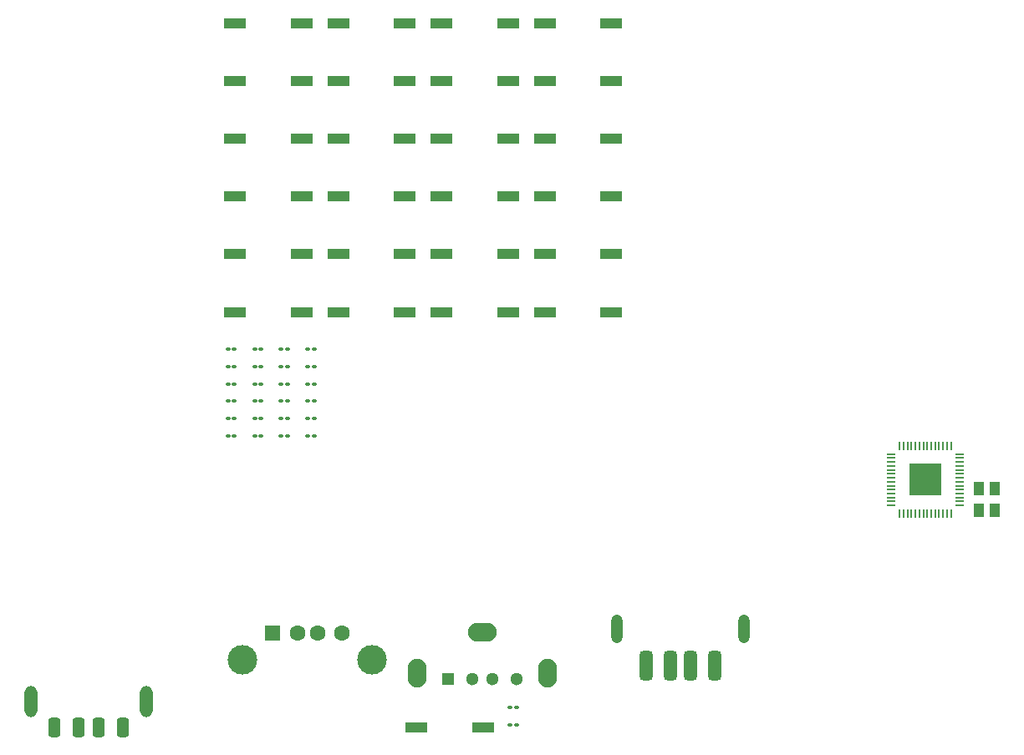
<source format=gbr>
%TF.GenerationSoftware,KiCad,Pcbnew,8.0.3*%
%TF.CreationDate,2024-09-04T14:48:35-07:00*%
%TF.ProjectId,Calculator,43616c63-756c-4617-946f-722e6b696361,rev?*%
%TF.SameCoordinates,Original*%
%TF.FileFunction,Copper,L1,Top*%
%TF.FilePolarity,Positive*%
%FSLAX46Y46*%
G04 Gerber Fmt 4.6, Leading zero omitted, Abs format (unit mm)*
G04 Created by KiCad (PCBNEW 8.0.3) date 2024-09-04 14:48:35*
%MOMM*%
%LPD*%
G01*
G04 APERTURE LIST*
G04 Aperture macros list*
%AMRoundRect*
0 Rectangle with rounded corners*
0 $1 Rounding radius*
0 $2 $3 $4 $5 $6 $7 $8 $9 X,Y pos of 4 corners*
0 Add a 4 corners polygon primitive as box body*
4,1,4,$2,$3,$4,$5,$6,$7,$8,$9,$2,$3,0*
0 Add four circle primitives for the rounded corners*
1,1,$1+$1,$2,$3*
1,1,$1+$1,$4,$5*
1,1,$1+$1,$6,$7*
1,1,$1+$1,$8,$9*
0 Add four rect primitives between the rounded corners*
20,1,$1+$1,$2,$3,$4,$5,0*
20,1,$1+$1,$4,$5,$6,$7,0*
20,1,$1+$1,$6,$7,$8,$9,0*
20,1,$1+$1,$8,$9,$2,$3,0*%
G04 Aperture macros list end*
%TA.AperFunction,SMDPad,CuDef*%
%ADD10RoundRect,0.100000X-0.130000X-0.100000X0.130000X-0.100000X0.130000X0.100000X-0.130000X0.100000X0*%
%TD*%
%TA.AperFunction,SMDPad,CuDef*%
%ADD11R,2.160000X1.120000*%
%TD*%
%TA.AperFunction,ComponentPad*%
%ADD12R,1.600000X1.600000*%
%TD*%
%TA.AperFunction,ComponentPad*%
%ADD13C,1.600000*%
%TD*%
%TA.AperFunction,ComponentPad*%
%ADD14C,3.000000*%
%TD*%
%TA.AperFunction,ComponentPad*%
%ADD15R,1.300000X1.300000*%
%TD*%
%TA.AperFunction,ComponentPad*%
%ADD16C,1.300000*%
%TD*%
%TA.AperFunction,ComponentPad*%
%ADD17O,1.900000X2.900000*%
%TD*%
%TA.AperFunction,ComponentPad*%
%ADD18O,2.900000X1.900000*%
%TD*%
%TA.AperFunction,SMDPad,CuDef*%
%ADD19RoundRect,0.300000X0.300000X-0.700000X0.300000X0.700000X-0.300000X0.700000X-0.300000X-0.700000X0*%
%TD*%
%TA.AperFunction,ComponentPad*%
%ADD20O,1.300000X3.200000*%
%TD*%
%TA.AperFunction,SMDPad,CuDef*%
%ADD21RoundRect,0.325000X0.325000X1.175000X-0.325000X1.175000X-0.325000X-1.175000X0.325000X-1.175000X0*%
%TD*%
%TA.AperFunction,ComponentPad*%
%ADD22O,1.200000X2.900000*%
%TD*%
%TA.AperFunction,SMDPad,CuDef*%
%ADD23RoundRect,0.050000X-0.387500X-0.050000X0.387500X-0.050000X0.387500X0.050000X-0.387500X0.050000X0*%
%TD*%
%TA.AperFunction,SMDPad,CuDef*%
%ADD24RoundRect,0.050000X-0.050000X-0.387500X0.050000X-0.387500X0.050000X0.387500X-0.050000X0.387500X0*%
%TD*%
%TA.AperFunction,HeatsinkPad*%
%ADD25R,3.200000X3.200000*%
%TD*%
%TA.AperFunction,SMDPad,CuDef*%
%ADD26R,1.100000X1.400000*%
%TD*%
G04 APERTURE END LIST*
D10*
%TO.P,D16,1,K*%
%TO.N,BTN_COL4*%
X68078000Y-73074000D03*
%TO.P,D16,2,A*%
%TO.N,Net-(D16-A)*%
X68718000Y-73074000D03*
%TD*%
D11*
%TO.P,SW18,1,A*%
%TO.N,BTN_ROW5*%
X84328000Y-58174000D03*
%TO.P,SW18,2,A*%
X91058000Y-58174000D03*
%TD*%
%TO.P,SW17,1,A*%
%TO.N,BTN_ROW4*%
X84328000Y-52324000D03*
%TO.P,SW17,2,A*%
X91058000Y-52324000D03*
%TD*%
D10*
%TO.P,D12,1,K*%
%TO.N,BTN_COL3*%
X65393000Y-76574000D03*
%TO.P,D12,2,A*%
%TO.N,Net-(D12-A)*%
X66033000Y-76574000D03*
%TD*%
%TO.P,D7,1,K*%
%TO.N,BTN_COL1*%
X65393000Y-67824000D03*
%TO.P,D7,2,A*%
%TO.N,Net-(D7-A)*%
X66033000Y-67824000D03*
%TD*%
D11*
%TO.P,SW23,1,A*%
%TO.N,BTN_ROW6*%
X94778000Y-52324000D03*
%TO.P,SW23,2,A*%
X101508000Y-52324000D03*
%TD*%
D12*
%TO.P,R1,1*%
%TO.N,Net-(U1-RUN)*%
X67243000Y-96534000D03*
D13*
%TO.P,R1,2*%
%TO.N,unconnected-(R1-Pad2)*%
X69743000Y-96534000D03*
%TO.P,R1,3*%
%TO.N,N/C*%
X71743000Y-96534000D03*
%TO.P,R1,4*%
X74243000Y-96534000D03*
D14*
%TO.P,R1,5*%
X64173000Y-99244000D03*
X77313000Y-99244000D03*
%TD*%
D11*
%TO.P,SW16,1,A*%
%TO.N,BTN_ROW3*%
X84328000Y-46474000D03*
%TO.P,SW16,2,A*%
X91058000Y-46474000D03*
%TD*%
%TO.P,SW20,1,A*%
%TO.N,BTN_ROW5*%
X94778000Y-34774000D03*
%TO.P,SW20,2,A*%
X101508000Y-34774000D03*
%TD*%
D10*
%TO.P,D3,1,K*%
%TO.N,BTN_COL3*%
X62708000Y-71324000D03*
%TO.P,D3,2,A*%
%TO.N,Net-(D3-A)*%
X63348000Y-71324000D03*
%TD*%
%TO.P,D20,1,K*%
%TO.N,BTN_COL2*%
X70763000Y-69574000D03*
%TO.P,D20,2,A*%
%TO.N,Net-(D20-A)*%
X71403000Y-69574000D03*
%TD*%
%TO.P,D5,1,K*%
%TO.N,BTN_COL2*%
X62708000Y-74824000D03*
%TO.P,D5,2,A*%
%TO.N,Net-(D5-A)*%
X63348000Y-74824000D03*
%TD*%
D11*
%TO.P,SW21,1,A*%
%TO.N,BTN_ROW6*%
X94778000Y-40624000D03*
%TO.P,SW21,2,A*%
X101508000Y-40624000D03*
%TD*%
D10*
%TO.P,D15,1,K*%
%TO.N,BTN_COL4*%
X68078000Y-71324000D03*
%TO.P,D15,2,A*%
%TO.N,Net-(D15-A)*%
X68718000Y-71324000D03*
%TD*%
%TO.P,D19,1,K*%
%TO.N,BTN_COL2*%
X70763000Y-67824000D03*
%TO.P,D19,2,A*%
%TO.N,Net-(D19-A)*%
X71403000Y-67824000D03*
%TD*%
%TO.P,D10,1,K*%
%TO.N,BTN_COL1*%
X65393000Y-73074000D03*
%TO.P,D10,2,A*%
%TO.N,Net-(D10-A)*%
X66033000Y-73074000D03*
%TD*%
%TO.P,D11,1,K*%
%TO.N,BTN_COL2*%
X65393000Y-74824000D03*
%TO.P,D11,2,A*%
%TO.N,Net-(D11-A)*%
X66033000Y-74824000D03*
%TD*%
D11*
%TO.P,SW4,1,A*%
%TO.N,BTN_ROW1*%
X63428000Y-46474000D03*
%TO.P,SW4,2,A*%
X70158000Y-46474000D03*
%TD*%
%TO.P,SW14,1,A*%
%TO.N,BTN_ROW1*%
X84328000Y-34774000D03*
%TO.P,SW14,2,A*%
X91058000Y-34774000D03*
%TD*%
%TO.P,SW11,1,A*%
%TO.N,BTN_ROW4*%
X73878000Y-52324000D03*
%TO.P,SW11,2,A*%
X80608000Y-52324000D03*
%TD*%
%TO.P,SW2,1,A*%
%TO.N,BTN_ROW1*%
X63428000Y-34774000D03*
%TO.P,SW2,2,A*%
X70158000Y-34774000D03*
%TD*%
%TO.P,SW9,1,A*%
%TO.N,BTN_ROW3*%
X73878000Y-40624000D03*
%TO.P,SW9,2,A*%
X80608000Y-40624000D03*
%TD*%
D10*
%TO.P,D6,1,K*%
%TO.N,BTN_COL3*%
X62708000Y-76574000D03*
%TO.P,D6,2,A*%
%TO.N,Net-(D6-A)*%
X63348000Y-76574000D03*
%TD*%
%TO.P,D17,1,K*%
%TO.N,BTN_COL1*%
X68078000Y-74824000D03*
%TO.P,D17,2,A*%
%TO.N,Net-(D17-A)*%
X68718000Y-74824000D03*
%TD*%
%TO.P,D22,1,K*%
%TO.N,BTN_COL3*%
X70763000Y-73074000D03*
%TO.P,D22,2,A*%
%TO.N,Net-(D22-A)*%
X71403000Y-73074000D03*
%TD*%
D11*
%TO.P,SW10,1,A*%
%TO.N,BTN_ROW3*%
X73878000Y-46474000D03*
%TO.P,SW10,2,A*%
X80608000Y-46474000D03*
%TD*%
%TO.P,SW24,1,A*%
%TO.N,BTN_ROW5*%
X94778000Y-58174000D03*
%TO.P,SW24,2,A*%
X101508000Y-58174000D03*
%TD*%
%TO.P,SW19,1,A*%
%TO.N,BTN_ROW6*%
X84328000Y-64024000D03*
%TO.P,SW19,2,A*%
X91058000Y-64024000D03*
%TD*%
D15*
%TO.P,R2,1*%
%TO.N,XIN*%
X84963000Y-101254000D03*
D16*
%TO.P,R2,2*%
%TO.N,XOUT*%
X87463000Y-101254000D03*
%TO.P,R2,3*%
%TO.N,N/C*%
X89463000Y-101254000D03*
%TO.P,R2,4*%
X91963000Y-101254000D03*
D17*
%TO.P,R2,5*%
X81893000Y-100654000D03*
D18*
X88463000Y-96474000D03*
D17*
X95033000Y-100654000D03*
%TD*%
D10*
%TO.P,D4,1,K*%
%TO.N,BTN_COL1*%
X62708000Y-73074000D03*
%TO.P,D4,2,A*%
%TO.N,Net-(D4-A)*%
X63348000Y-73074000D03*
%TD*%
D11*
%TO.P,SW3,1,A*%
%TO.N,BTN_ROW1*%
X63428000Y-40624000D03*
%TO.P,SW3,2,A*%
X70158000Y-40624000D03*
%TD*%
%TO.P,SW12,1,A*%
%TO.N,BTN_ROW4*%
X73878000Y-58174000D03*
%TO.P,SW12,2,A*%
X80608000Y-58174000D03*
%TD*%
D19*
%TO.P,R3,1*%
%TO.N,Net-(C2-Pad2)*%
X45078000Y-106113000D03*
%TO.P,R3,2*%
%TO.N,XOUT*%
X47578000Y-106113000D03*
%TO.P,R3,3*%
%TO.N,N/C*%
X49578000Y-106113000D03*
%TO.P,R3,4*%
X52078000Y-106113000D03*
D20*
%TO.P,R3,5*%
X42728000Y-103513000D03*
X54428000Y-103513000D03*
%TD*%
D11*
%TO.P,SW15,1,A*%
%TO.N,BTN_ROW2*%
X84328000Y-40624000D03*
%TO.P,SW15,2,A*%
X91058000Y-40624000D03*
%TD*%
D21*
%TO.P,J1,1,VBUS*%
%TO.N,USB_VBUS*%
X112022000Y-99848000D03*
%TO.P,J1,2,D-*%
%TO.N,USB_DN*%
X109522000Y-99848000D03*
%TO.P,J1,3,D+*%
%TO.N,USB_DP*%
X107522000Y-99848000D03*
%TO.P,J1,4,GND*%
%TO.N,GND*%
X105022000Y-99848000D03*
D22*
%TO.P,J1,5,Shield*%
X114921999Y-96148000D03*
X102122001Y-96148000D03*
%TD*%
D10*
%TO.P,C2,1*%
%TO.N,GND*%
X91273000Y-105864000D03*
%TO.P,C2,2*%
%TO.N,Net-(C2-Pad2)*%
X91913000Y-105864000D03*
%TD*%
%TO.P,D2,1,K*%
%TO.N,BTN_COL2*%
X62708000Y-69574000D03*
%TO.P,D2,2,A*%
%TO.N,Net-(D2-A)*%
X63348000Y-69574000D03*
%TD*%
%TO.P,D9,1,K*%
%TO.N,BTN_COL3*%
X65393000Y-71324000D03*
%TO.P,D9,2,A*%
%TO.N,Net-(D9-A)*%
X66033000Y-71324000D03*
%TD*%
D11*
%TO.P,SW25,1,A*%
%TO.N,BTN_ROW6*%
X94778000Y-64024000D03*
%TO.P,SW25,2,A*%
X101508000Y-64024000D03*
%TD*%
D10*
%TO.P,D14,1,K*%
%TO.N,BTN_COL4*%
X68078000Y-69574000D03*
%TO.P,D14,2,A*%
%TO.N,Net-(D14-A)*%
X68718000Y-69574000D03*
%TD*%
D11*
%TO.P,SW8,1,A*%
%TO.N,BTN_ROW3*%
X73878000Y-34774000D03*
%TO.P,SW8,2,A*%
X80608000Y-34774000D03*
%TD*%
D10*
%TO.P,C1,1*%
%TO.N,GND*%
X91273000Y-104114000D03*
%TO.P,C1,2*%
%TO.N,XIN*%
X91913000Y-104114000D03*
%TD*%
%TO.P,D23,1,K*%
%TO.N,BTN_COL4*%
X70763000Y-74824000D03*
%TO.P,D23,2,A*%
%TO.N,Net-(D23-A)*%
X71403000Y-74824000D03*
%TD*%
D11*
%TO.P,SW7,1,A*%
%TO.N,BTN_ROW2*%
X63428000Y-64024000D03*
%TO.P,SW7,2,A*%
X70158000Y-64024000D03*
%TD*%
D10*
%TO.P,D13,1,K*%
%TO.N,BTN_COL4*%
X68078000Y-67824000D03*
%TO.P,D13,2,A*%
%TO.N,Net-(D13-A)*%
X68718000Y-67824000D03*
%TD*%
D11*
%TO.P,SW1,1,1*%
%TO.N,GND*%
X81778000Y-106164000D03*
%TO.P,SW1,2,2*%
%TO.N,Net-(U1-RUN)*%
X88508000Y-106164000D03*
%TD*%
D10*
%TO.P,D8,1,K*%
%TO.N,BTN_COL2*%
X65393000Y-69574000D03*
%TO.P,D8,2,A*%
%TO.N,Net-(D8-A)*%
X66033000Y-69574000D03*
%TD*%
%TO.P,D18,1,K*%
%TO.N,BTN_COL1*%
X68078000Y-76574000D03*
%TO.P,D18,2,A*%
%TO.N,Net-(D18-A)*%
X68718000Y-76574000D03*
%TD*%
D23*
%TO.P,U1,1,IOVDD*%
%TO.N,Net-(U1-IOVDD-Pad1)*%
X129890699Y-78434800D03*
%TO.P,U1,2,GPIO0*%
%TO.N,unconnected-(U1-GPIO0-Pad2)*%
X129890699Y-78834800D03*
%TO.P,U1,3,GPIO1*%
%TO.N,unconnected-(U1-GPIO1-Pad3)*%
X129890699Y-79234800D03*
%TO.P,U1,4,GPIO2*%
%TO.N,unconnected-(U1-GPIO2-Pad4)*%
X129890699Y-79634800D03*
%TO.P,U1,5,GPIO3*%
%TO.N,unconnected-(U1-GPIO3-Pad5)*%
X129890699Y-80034800D03*
%TO.P,U1,6,GPIO4*%
%TO.N,unconnected-(U1-GPIO4-Pad6)*%
X129890699Y-80434800D03*
%TO.P,U1,7,GPIO5*%
%TO.N,unconnected-(U1-GPIO5-Pad7)*%
X129890699Y-80834800D03*
%TO.P,U1,8,GPIO6*%
%TO.N,unconnected-(U1-GPIO6-Pad8)*%
X129890699Y-81234800D03*
%TO.P,U1,9,GPIO7*%
%TO.N,BTN_ROW1*%
X129890699Y-81634800D03*
%TO.P,U1,10,IOVDD*%
%TO.N,Net-(U1-IOVDD-Pad1)*%
X129890699Y-82034800D03*
%TO.P,U1,11,GPIO8*%
%TO.N,BTN_ROW2*%
X129890699Y-82434800D03*
%TO.P,U1,12,GPIO9*%
%TO.N,BTN_ROW3*%
X129890699Y-82834800D03*
%TO.P,U1,13,GPIO10*%
%TO.N,BTN_ROW4*%
X129890699Y-83234800D03*
%TO.P,U1,14,GPIO11*%
%TO.N,BTN_COL1*%
X129890699Y-83634800D03*
D24*
%TO.P,U1,15,GPIO12*%
%TO.N,BTN_COL2*%
X130728199Y-84472300D03*
%TO.P,U1,16,GPIO13*%
%TO.N,BTN_COL3*%
X131128199Y-84472300D03*
%TO.P,U1,17,GPIO14*%
%TO.N,unconnected-(U1-GPIO14-Pad17)*%
X131528199Y-84472300D03*
%TO.P,U1,18,GPIO15*%
%TO.N,unconnected-(U1-GPIO15-Pad18)*%
X131928199Y-84472300D03*
%TO.P,U1,19,TESTEN*%
%TO.N,GND*%
X132328199Y-84472300D03*
%TO.P,U1,20,XIN*%
%TO.N,XIN*%
X132728199Y-84472300D03*
%TO.P,U1,21,XOUT*%
%TO.N,XOUT*%
X133128199Y-84472300D03*
%TO.P,U1,22,IOVDD*%
%TO.N,Net-(U1-IOVDD-Pad1)*%
X133528199Y-84472300D03*
%TO.P,U1,23,DVDD*%
%TO.N,USB_VBUS*%
X133928199Y-84472300D03*
%TO.P,U1,24,SWCLK*%
%TO.N,unconnected-(U1-SWCLK-Pad24)*%
X134328199Y-84472300D03*
%TO.P,U1,25,SWD*%
%TO.N,unconnected-(U1-SWD-Pad25)*%
X134728199Y-84472300D03*
%TO.P,U1,26,RUN*%
%TO.N,Net-(U1-RUN)*%
X135128199Y-84472300D03*
%TO.P,U1,27,GPIO16*%
%TO.N,unconnected-(U1-GPIO16-Pad27)*%
X135528199Y-84472300D03*
%TO.P,U1,28,GPIO17*%
%TO.N,unconnected-(U1-GPIO17-Pad28)*%
X135928199Y-84472300D03*
D23*
%TO.P,U1,29,GPIO18*%
%TO.N,unconnected-(U1-GPIO18-Pad29)*%
X136765699Y-83634800D03*
%TO.P,U1,30,GPIO19*%
%TO.N,unconnected-(U1-GPIO19-Pad30)*%
X136765699Y-83234800D03*
%TO.P,U1,31,GPIO20*%
%TO.N,unconnected-(U1-GPIO20-Pad31)*%
X136765699Y-82834800D03*
%TO.P,U1,32,GPIO21*%
%TO.N,unconnected-(U1-GPIO21-Pad32)*%
X136765699Y-82434800D03*
%TO.P,U1,33,IOVDD*%
%TO.N,Net-(U1-IOVDD-Pad1)*%
X136765699Y-82034800D03*
%TO.P,U1,34,GPIO22*%
%TO.N,unconnected-(U1-GPIO22-Pad34)*%
X136765699Y-81634800D03*
%TO.P,U1,35,GPIO23*%
%TO.N,unconnected-(U1-GPIO23-Pad35)*%
X136765699Y-81234800D03*
%TO.P,U1,36,GPIO24*%
%TO.N,unconnected-(U1-GPIO24-Pad36)*%
X136765699Y-80834800D03*
%TO.P,U1,37,GPIO25*%
%TO.N,unconnected-(U1-GPIO25-Pad37)*%
X136765699Y-80434800D03*
%TO.P,U1,38,GPIO26_ADC0*%
%TO.N,unconnected-(U1-GPIO26_ADC0-Pad38)*%
X136765699Y-80034800D03*
%TO.P,U1,39,GPIO27_ADC1*%
%TO.N,unconnected-(U1-GPIO27_ADC1-Pad39)*%
X136765699Y-79634800D03*
%TO.P,U1,40,GPIO28_ADC2*%
%TO.N,unconnected-(U1-GPIO28_ADC2-Pad40)*%
X136765699Y-79234800D03*
%TO.P,U1,41,GPIO29_ADC3*%
%TO.N,unconnected-(U1-GPIO29_ADC3-Pad41)*%
X136765699Y-78834800D03*
%TO.P,U1,42,IOVDD*%
%TO.N,Net-(U1-IOVDD-Pad1)*%
X136765699Y-78434800D03*
D24*
%TO.P,U1,43,ADC_AVDD*%
%TO.N,unconnected-(U1-ADC_AVDD-Pad43)*%
X135928199Y-77597300D03*
%TO.P,U1,44,VREG_IN*%
%TO.N,unconnected-(U1-VREG_IN-Pad44)*%
X135528199Y-77597300D03*
%TO.P,U1,45,VREG_VOUT*%
%TO.N,unconnected-(U1-VREG_VOUT-Pad45)*%
X135128199Y-77597300D03*
%TO.P,U1,46,USB_DM*%
%TO.N,USB_DN*%
X134728199Y-77597300D03*
%TO.P,U1,47,USB_DP*%
%TO.N,USB_DP*%
X134328199Y-77597300D03*
%TO.P,U1,48,USB_VDD*%
%TO.N,unconnected-(U1-USB_VDD-Pad48)*%
X133928199Y-77597300D03*
%TO.P,U1,49,IOVDD*%
%TO.N,Net-(U1-IOVDD-Pad1)*%
X133528199Y-77597300D03*
%TO.P,U1,50,DVDD*%
%TO.N,USB_VBUS*%
X133128199Y-77597300D03*
%TO.P,U1,51,QSPI_SD3*%
%TO.N,unconnected-(U1-QSPI_SD3-Pad51)*%
X132728199Y-77597300D03*
%TO.P,U1,52,QSPI_SCLK*%
%TO.N,unconnected-(U1-QSPI_SCLK-Pad52)*%
X132328199Y-77597300D03*
%TO.P,U1,53,QSPI_SD0*%
%TO.N,unconnected-(U1-QSPI_SD0-Pad53)*%
X131928199Y-77597300D03*
%TO.P,U1,54,QSPI_SD2*%
%TO.N,unconnected-(U1-QSPI_SD2-Pad54)*%
X131528199Y-77597300D03*
%TO.P,U1,55,QSPI_SD1*%
%TO.N,unconnected-(U1-QSPI_SD1-Pad55)*%
X131128199Y-77597300D03*
%TO.P,U1,56,QSPI_SS*%
%TO.N,unconnected-(U1-QSPI_SS-Pad56)*%
X130728199Y-77597300D03*
D25*
%TO.P,U1,57,GND*%
%TO.N,GND*%
X133328199Y-81034800D03*
%TD*%
D11*
%TO.P,SW13,1,A*%
%TO.N,BTN_ROW4*%
X73878000Y-64024000D03*
%TO.P,SW13,2,A*%
X80608000Y-64024000D03*
%TD*%
%TO.P,SW22,1,A*%
%TO.N,BTN_ROW5*%
X94778000Y-46474000D03*
%TO.P,SW22,2,A*%
X101508000Y-46474000D03*
%TD*%
D10*
%TO.P,D24,1,K*%
%TO.N,BTN_COL4*%
X70763000Y-76574000D03*
%TO.P,D24,2,A*%
%TO.N,Net-(D24-A)*%
X71403000Y-76574000D03*
%TD*%
%TO.P,D1,1,K*%
%TO.N,BTN_COL1*%
X62708000Y-67824000D03*
%TO.P,D1,2,A*%
%TO.N,Net-(D1-A)*%
X63348000Y-67824000D03*
%TD*%
D26*
%TO.P,X1,1,1*%
%TO.N,XIN*%
X138727999Y-81924000D03*
%TO.P,X1,2,2*%
%TO.N,GND*%
X138727999Y-84124000D03*
%TO.P,X1,3,3*%
%TO.N,Net-(C2-Pad2)*%
X140328001Y-84124000D03*
%TO.P,X1,4,4*%
%TO.N,GND*%
X140328001Y-81924000D03*
%TD*%
D11*
%TO.P,SW6,1,A*%
%TO.N,BTN_ROW2*%
X63428000Y-58174000D03*
%TO.P,SW6,2,A*%
X70158000Y-58174000D03*
%TD*%
%TO.P,SW5,1,A*%
%TO.N,BTN_ROW2*%
X63428000Y-52324000D03*
%TO.P,SW5,2,A*%
X70158000Y-52324000D03*
%TD*%
D10*
%TO.P,D21,1,K*%
%TO.N,BTN_COL3*%
X70763000Y-71324000D03*
%TO.P,D21,2,A*%
%TO.N,Net-(D21-A)*%
X71403000Y-71324000D03*
%TD*%
M02*

</source>
